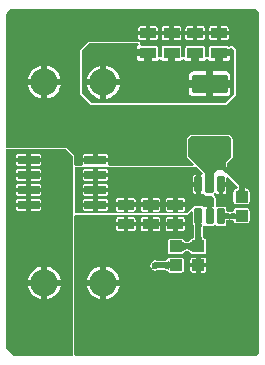
<source format=gtl>
G04*
G04 #@! TF.GenerationSoftware,Altium Limited,Altium Designer,21.5.1 (32)*
G04*
G04 Layer_Physical_Order=1*
G04 Layer_Color=255*
%FSLAX25Y25*%
%MOIN*%
G70*
G04*
G04 #@! TF.SameCoordinates,B42815E3-1C8A-49E7-A1B9-2BA69348AFE0*
G04*
G04*
G04 #@! TF.FilePolarity,Positive*
G04*
G01*
G75*
%ADD11C,0.01000*%
G04:AMPARAMS|DCode=13|XSize=43.31mil|YSize=39.37mil|CornerRadius=2.95mil|HoleSize=0mil|Usage=FLASHONLY|Rotation=0.000|XOffset=0mil|YOffset=0mil|HoleType=Round|Shape=RoundedRectangle|*
%AMROUNDEDRECTD13*
21,1,0.04331,0.03347,0,0,0.0*
21,1,0.03740,0.03937,0,0,0.0*
1,1,0.00591,0.01870,-0.01673*
1,1,0.00591,-0.01870,-0.01673*
1,1,0.00591,-0.01870,0.01673*
1,1,0.00591,0.01870,0.01673*
%
%ADD13ROUNDEDRECTD13*%
G04:AMPARAMS|DCode=14|XSize=55.12mil|YSize=35.43mil|CornerRadius=2.66mil|HoleSize=0mil|Usage=FLASHONLY|Rotation=180.000|XOffset=0mil|YOffset=0mil|HoleType=Round|Shape=RoundedRectangle|*
%AMROUNDEDRECTD14*
21,1,0.05512,0.03012,0,0,180.0*
21,1,0.04980,0.03543,0,0,180.0*
1,1,0.00532,-0.02490,0.01506*
1,1,0.00532,0.02490,0.01506*
1,1,0.00532,0.02490,-0.01506*
1,1,0.00532,-0.02490,-0.01506*
%
%ADD14ROUNDEDRECTD14*%
G04:AMPARAMS|DCode=15|XSize=43.31mil|YSize=39.37mil|CornerRadius=3.94mil|HoleSize=0mil|Usage=FLASHONLY|Rotation=180.000|XOffset=0mil|YOffset=0mil|HoleType=Round|Shape=RoundedRectangle|*
%AMROUNDEDRECTD15*
21,1,0.04331,0.03150,0,0,180.0*
21,1,0.03543,0.03937,0,0,180.0*
1,1,0.00787,-0.01772,0.01575*
1,1,0.00787,0.01772,0.01575*
1,1,0.00787,0.01772,-0.01575*
1,1,0.00787,-0.01772,-0.01575*
%
%ADD15ROUNDEDRECTD15*%
G04:AMPARAMS|DCode=16|XSize=53.15mil|YSize=25.59mil|CornerRadius=1.92mil|HoleSize=0mil|Usage=FLASHONLY|Rotation=270.000|XOffset=0mil|YOffset=0mil|HoleType=Round|Shape=RoundedRectangle|*
%AMROUNDEDRECTD16*
21,1,0.05315,0.02175,0,0,270.0*
21,1,0.04931,0.02559,0,0,270.0*
1,1,0.00384,-0.01088,-0.02466*
1,1,0.00384,-0.01088,0.02466*
1,1,0.00384,0.01088,0.02466*
1,1,0.00384,0.01088,-0.02466*
%
%ADD16ROUNDEDRECTD16*%
G04:AMPARAMS|DCode=17|XSize=62.99mil|YSize=118.11mil|CornerRadius=4.72mil|HoleSize=0mil|Usage=FLASHONLY|Rotation=90.000|XOffset=0mil|YOffset=0mil|HoleType=Round|Shape=RoundedRectangle|*
%AMROUNDEDRECTD17*
21,1,0.06299,0.10866,0,0,90.0*
21,1,0.05354,0.11811,0,0,90.0*
1,1,0.00945,0.05433,0.02677*
1,1,0.00945,0.05433,-0.02677*
1,1,0.00945,-0.05433,-0.02677*
1,1,0.00945,-0.05433,0.02677*
%
%ADD17ROUNDEDRECTD17*%
G04:AMPARAMS|DCode=18|XSize=28.35mil|YSize=74.8mil|CornerRadius=2.13mil|HoleSize=0mil|Usage=FLASHONLY|Rotation=270.000|XOffset=0mil|YOffset=0mil|HoleType=Round|Shape=RoundedRectangle|*
%AMROUNDEDRECTD18*
21,1,0.02835,0.07055,0,0,270.0*
21,1,0.02410,0.07480,0,0,270.0*
1,1,0.00425,-0.03528,-0.01205*
1,1,0.00425,-0.03528,0.01205*
1,1,0.00425,0.03528,0.01205*
1,1,0.00425,0.03528,-0.01205*
%
%ADD18ROUNDEDRECTD18*%
%ADD26C,0.02000*%
%ADD27C,0.01500*%
%ADD28C,0.09055*%
%ADD29C,0.02362*%
G36*
X80679Y57901D02*
X80701Y57644D01*
X80739Y57417D01*
X80791Y57221D01*
X80859Y57054D01*
X80941Y56918D01*
X81039Y56813D01*
X81151Y56737D01*
X81279Y56691D01*
X81421Y56676D01*
X78421D01*
X78564Y56691D01*
X78691Y56737D01*
X78804Y56813D01*
X78901Y56918D01*
X78984Y57054D01*
X79051Y57221D01*
X79104Y57417D01*
X79141Y57644D01*
X79164Y57901D01*
X79171Y58188D01*
X80671D01*
X80679Y57901D01*
D02*
G37*
G36*
X76378Y74016D02*
Y68110D01*
X74606Y66338D01*
Y64862D01*
X73524Y63779D01*
X72047D01*
X70866Y62598D01*
Y56595D01*
X70177Y55905D01*
X68405D01*
X67716Y56595D01*
Y62598D01*
X62205Y68110D01*
Y74016D01*
X62992Y74803D01*
X75590D01*
X76378Y74016D01*
D02*
G37*
G36*
X84446Y117291D02*
X84812Y117139D01*
X85142Y116919D01*
X85423Y116638D01*
X85643Y116308D01*
X85795Y115942D01*
X85872Y115553D01*
Y115354D01*
Y3543D01*
Y3345D01*
X85795Y2956D01*
X85643Y2589D01*
X85423Y2259D01*
X85142Y1979D01*
X84812Y1759D01*
X84446Y1607D01*
X84057Y1529D01*
X24644D01*
X24163Y2029D01*
X24163Y48273D01*
X24663Y48671D01*
X61811Y48671D01*
X62194Y48830D01*
X63296Y49932D01*
X63758Y49741D01*
Y45763D01*
X63785Y45626D01*
X63785Y45625D01*
X63786Y45621D01*
X63790Y45601D01*
X63786Y45588D01*
X63797Y45565D01*
X63812Y45493D01*
X63883Y45386D01*
X63887Y45341D01*
X63903Y45310D01*
X63915Y45270D01*
X63932Y45183D01*
X64008Y43924D01*
X64010Y43565D01*
X64022Y43537D01*
Y42191D01*
X64010Y42165D01*
X64001Y41793D01*
X63974Y41481D01*
X63932Y41220D01*
X63877Y41011D01*
X63816Y40857D01*
X63756Y40756D01*
X63705Y40700D01*
X63666Y40673D01*
X63648Y40666D01*
X63579Y40653D01*
X63499Y40644D01*
X63479Y40633D01*
X63371Y40611D01*
X63207Y40502D01*
X63175Y40489D01*
X63172Y40481D01*
X63094Y40449D01*
X63079Y40413D01*
X63046Y40393D01*
X62939Y40253D01*
X62840Y40151D01*
X62728Y40060D01*
X62599Y39979D01*
X62452Y39908D01*
X62284Y39847D01*
X62095Y39797D01*
X61883Y39761D01*
X61762Y39749D01*
X61641Y39761D01*
X61429Y39797D01*
X61239Y39847D01*
X61072Y39908D01*
X60925Y39979D01*
X60796Y40060D01*
X60684Y40151D01*
X60584Y40253D01*
X60478Y40393D01*
X60444Y40413D01*
X60429Y40449D01*
X60340Y40486D01*
X60153Y40611D01*
X59842Y40673D01*
X56102D01*
X55792Y40611D01*
X55529Y40436D01*
X55353Y40172D01*
X55291Y39862D01*
Y36516D01*
X55353Y36206D01*
X55529Y35942D01*
X55792Y35767D01*
X56102Y35705D01*
X59842D01*
X60153Y35767D01*
X60340Y35892D01*
X60429Y35929D01*
X60444Y35965D01*
X60478Y35985D01*
X60585Y36125D01*
X60684Y36227D01*
X60796Y36318D01*
X60925Y36399D01*
X61072Y36470D01*
X61239Y36531D01*
X61429Y36581D01*
X61641Y36617D01*
X61762Y36629D01*
X61883Y36617D01*
X62095Y36581D01*
X62284Y36531D01*
X62452Y36470D01*
X62599Y36399D01*
X62728Y36318D01*
X62840Y36227D01*
X62939Y36125D01*
X63046Y35985D01*
X63079Y35965D01*
X63094Y35929D01*
X63183Y35892D01*
X63371Y35767D01*
X63681Y35705D01*
X67421D01*
X67732Y35767D01*
X67995Y35942D01*
X68170Y36206D01*
X68232Y36516D01*
Y39862D01*
X68170Y40172D01*
X67995Y40436D01*
X67932Y40477D01*
X67927Y40489D01*
X67895Y40502D01*
X67732Y40611D01*
X67624Y40633D01*
X67603Y40644D01*
X67523Y40653D01*
X67455Y40666D01*
X67436Y40673D01*
X67397Y40700D01*
X67347Y40756D01*
X67287Y40857D01*
X67225Y41011D01*
X67171Y41220D01*
X67128Y41481D01*
X67102Y41793D01*
X67092Y42165D01*
X67081Y42191D01*
Y43530D01*
X67092Y43557D01*
X67112Y44552D01*
X67143Y44973D01*
X67295Y45097D01*
X67612Y45285D01*
X67635Y45281D01*
X67697Y45266D01*
X67715Y45257D01*
X67934Y45111D01*
X68204Y45057D01*
X70379D01*
X70649Y45111D01*
X70868Y45257D01*
X70880Y45264D01*
X71161D01*
X71443D01*
X71455Y45257D01*
X71674Y45111D01*
X71944Y45057D01*
X74119D01*
X74389Y45111D01*
X74618Y45264D01*
X74771Y45493D01*
X74825Y45763D01*
Y46840D01*
X74840Y46868D01*
X74848Y46947D01*
X74849Y46950D01*
X74852Y46953D01*
X74871Y46970D01*
X74923Y47003D01*
X75018Y47041D01*
X75157Y47078D01*
X75337Y47108D01*
X75557Y47127D01*
X75828Y47134D01*
X75865Y47151D01*
X76209D01*
X76246Y47134D01*
X76517Y47127D01*
X76737Y47108D01*
X76917Y47078D01*
X77056Y47041D01*
X77151Y47003D01*
X77204Y46970D01*
X77223Y46953D01*
X77225Y46950D01*
X77226Y46947D01*
X77234Y46868D01*
X77238Y46861D01*
Y46850D01*
X77308Y46502D01*
X77505Y46206D01*
X77801Y46009D01*
X78150Y45939D01*
X81693D01*
X82042Y46009D01*
X82337Y46206D01*
X82535Y46502D01*
X82604Y46850D01*
Y50000D01*
X82535Y50349D01*
X82337Y50644D01*
X82042Y50842D01*
X81693Y50911D01*
X78150D01*
X77801Y50842D01*
X77505Y50644D01*
X77308Y50349D01*
X77238Y50000D01*
Y49990D01*
X77234Y49982D01*
X77226Y49904D01*
X77225Y49901D01*
X77223Y49898D01*
X77204Y49880D01*
X77151Y49848D01*
X77056Y49809D01*
X76917Y49772D01*
X76737Y49742D01*
X76517Y49723D01*
X76246Y49716D01*
X76209Y49700D01*
X75865D01*
X75828Y49716D01*
X75557Y49723D01*
X75337Y49742D01*
X75157Y49772D01*
X75018Y49809D01*
X74923Y49848D01*
X74871Y49880D01*
X74852Y49898D01*
X74849Y49901D01*
X74848Y49904D01*
X74840Y49982D01*
X74825Y50011D01*
Y50694D01*
X74771Y50964D01*
X74618Y51193D01*
X74389Y51346D01*
X74119Y51399D01*
X71944D01*
X71802Y51371D01*
X71518Y51585D01*
X71407Y51756D01*
Y54331D01*
X71407Y54331D01*
X71249Y54713D01*
X71249Y54713D01*
X70828Y55134D01*
X70853Y55816D01*
X70879Y55842D01*
X71445Y55894D01*
X71528Y55838D01*
X71674Y55741D01*
X71944Y55687D01*
X72281D01*
Y58858D01*
X73032D01*
Y59608D01*
X74825D01*
Y61052D01*
X75325Y61259D01*
X78624Y57960D01*
X78623Y57932D01*
X78604Y57712D01*
X78574Y57531D01*
X78537Y57393D01*
X78499Y57298D01*
X78466Y57245D01*
X78449Y57226D01*
X78446Y57224D01*
X78443Y57223D01*
X78364Y57215D01*
X78356Y57210D01*
X78150D01*
X77801Y57141D01*
X77505Y56944D01*
X77308Y56648D01*
X77238Y56299D01*
Y53150D01*
X77308Y52801D01*
X77505Y52505D01*
X77801Y52308D01*
X78150Y52238D01*
X81693D01*
X82042Y52308D01*
X82337Y52505D01*
X82535Y52801D01*
X82604Y53150D01*
Y56299D01*
X82535Y56648D01*
X82337Y56944D01*
X82042Y57141D01*
X81693Y57210D01*
X81486D01*
X81478Y57215D01*
X81400Y57223D01*
X81397Y57224D01*
X81394Y57226D01*
X81376Y57245D01*
X81344Y57298D01*
X81305Y57393D01*
X81268Y57531D01*
X81239Y57712D01*
X81219Y57932D01*
X81212Y58202D01*
X81196Y58240D01*
Y58464D01*
X81099Y58952D01*
X80822Y59366D01*
X75147Y65041D01*
Y66114D01*
X76761Y67727D01*
X76761Y67728D01*
X76919Y68110D01*
X76919Y68110D01*
Y74016D01*
X76761Y74398D01*
X76761Y74398D01*
X75973Y75186D01*
X75590Y75344D01*
X75590Y75344D01*
X62992D01*
X62992Y75344D01*
X62609Y75186D01*
X62609Y75186D01*
X61822Y74398D01*
X61664Y74016D01*
X61664Y74016D01*
Y68110D01*
X61822Y67728D01*
X61822Y67728D01*
X63980Y65570D01*
X63788Y65108D01*
X35715Y65108D01*
X35457Y65476D01*
X35419Y65608D01*
X35463Y65826D01*
Y66281D01*
X31208D01*
X26954D01*
Y65826D01*
X26998Y65608D01*
X26960Y65476D01*
X26702Y65108D01*
X24663D01*
X24163Y65506D01*
Y68110D01*
X24005Y68493D01*
X21643Y70855D01*
X21643Y70855D01*
X21260Y71014D01*
X21260Y71014D01*
X1575D01*
X1529Y71044D01*
Y115354D01*
Y115553D01*
X1607Y115942D01*
X1759Y116308D01*
X1979Y116638D01*
X2259Y116919D01*
X2589Y117139D01*
X2956Y117291D01*
X3345Y117368D01*
X84057D01*
X84446Y117291D01*
D02*
G37*
G36*
X66929Y62481D02*
X66639Y62029D01*
X66301D01*
Y58858D01*
Y55687D01*
X66639D01*
X66909Y55741D01*
X67020Y55815D01*
X67716Y55118D01*
X70079Y55118D01*
X70866Y54331D01*
Y51756D01*
X70379Y51399D01*
X70041D01*
Y48228D01*
X68541D01*
Y51399D01*
X68204D01*
X67934Y51346D01*
X67705Y51193D01*
X67187Y51317D01*
X66929Y51575D01*
X64173Y51575D01*
X61811Y49213D01*
X24409Y49213D01*
Y64567D01*
X64844Y64567D01*
X66929Y62481D01*
D02*
G37*
G36*
X77772Y46925D02*
X77757Y47068D01*
X77712Y47195D01*
X77636Y47308D01*
X77530Y47405D01*
X77394Y47488D01*
X77228Y47555D01*
X77032Y47608D01*
X76805Y47645D01*
X76548Y47668D01*
X76260Y47675D01*
Y49175D01*
X76548Y49183D01*
X76805Y49205D01*
X77032Y49243D01*
X77228Y49295D01*
X77394Y49363D01*
X77530Y49445D01*
X77636Y49543D01*
X77712Y49655D01*
X77757Y49783D01*
X77772Y49925D01*
Y46925D01*
D02*
G37*
G36*
X74317Y49783D02*
X74362Y49655D01*
X74438Y49543D01*
X74544Y49445D01*
X74680Y49363D01*
X74846Y49295D01*
X75043Y49243D01*
X75270Y49205D01*
X75527Y49183D01*
X75814Y49175D01*
Y47675D01*
X75527Y47668D01*
X75270Y47645D01*
X75043Y47608D01*
X74846Y47555D01*
X74680Y47488D01*
X74544Y47405D01*
X74438Y47308D01*
X74362Y47195D01*
X74317Y47068D01*
X74302Y46925D01*
Y49925D01*
X74317Y49783D01*
D02*
G37*
G36*
X66734Y45588D02*
X66695Y45513D01*
X66662Y45401D01*
X66632Y45251D01*
X66607Y45064D01*
X66571Y44578D01*
X66551Y43568D01*
X64551D01*
X64549Y43942D01*
X64470Y45251D01*
X64441Y45401D01*
X64407Y45513D01*
X64369Y45588D01*
X64326Y45625D01*
X66777D01*
X66734Y45588D01*
D02*
G37*
G36*
X66561Y41763D02*
X66591Y41415D01*
X66641Y41108D01*
X66710Y40842D01*
X66799Y40617D01*
X66909Y40433D01*
X67038Y40290D01*
X67187Y40188D01*
X67356Y40126D01*
X67545Y40106D01*
X63558D01*
X63747Y40126D01*
X63915Y40188D01*
X64064Y40290D01*
X64194Y40433D01*
X64303Y40617D01*
X64392Y40842D01*
X64462Y41108D01*
X64512Y41415D01*
X64541Y41763D01*
X64551Y42151D01*
X66551D01*
X66561Y41763D01*
D02*
G37*
G36*
X63477Y36312D02*
X63350Y36478D01*
X63206Y36627D01*
X63043Y36759D01*
X62862Y36873D01*
X62663Y36970D01*
X62445Y37049D01*
X62209Y37110D01*
X61955Y37154D01*
X61762Y37173D01*
X61568Y37154D01*
X61314Y37110D01*
X61079Y37049D01*
X60861Y36970D01*
X60662Y36873D01*
X60481Y36759D01*
X60318Y36627D01*
X60173Y36478D01*
X60047Y36312D01*
Y40066D01*
X60173Y39900D01*
X60318Y39750D01*
X60481Y39619D01*
X60662Y39505D01*
X60861Y39408D01*
X61079Y39329D01*
X61314Y39268D01*
X61568Y39224D01*
X61762Y39205D01*
X61955Y39224D01*
X62209Y39268D01*
X62445Y39329D01*
X62663Y39408D01*
X62862Y39505D01*
X63043Y39619D01*
X63206Y39750D01*
X63350Y39900D01*
X63477Y40066D01*
Y36312D01*
D02*
G37*
G36*
X23622Y68110D02*
X23622Y1575D01*
X3937D01*
X1575Y3937D01*
Y70472D01*
X21260D01*
X23622Y68110D01*
D02*
G37*
%LPC*%
G36*
X74833Y111539D02*
X73093D01*
Y110002D01*
X75613D01*
Y110758D01*
X75554Y111057D01*
X75385Y111310D01*
X75131Y111479D01*
X74833Y111539D01*
D02*
G37*
G36*
X71592D02*
X69852D01*
X69554Y111479D01*
X69300Y111310D01*
X69131Y111057D01*
X69072Y110758D01*
Y110002D01*
X71592D01*
Y111539D01*
D02*
G37*
G36*
X66959D02*
X65219D01*
Y110002D01*
X67739D01*
Y110758D01*
X67680Y111057D01*
X67511Y111310D01*
X67257Y111479D01*
X66959Y111539D01*
D02*
G37*
G36*
X63718D02*
X61978D01*
X61680Y111479D01*
X61426Y111310D01*
X61257Y111057D01*
X61198Y110758D01*
Y110002D01*
X63718D01*
Y111539D01*
D02*
G37*
G36*
X59085D02*
X57345D01*
Y110002D01*
X59865D01*
Y110758D01*
X59806Y111057D01*
X59637Y111310D01*
X59383Y111479D01*
X59085Y111539D01*
D02*
G37*
G36*
X55844D02*
X54104D01*
X53806Y111479D01*
X53552Y111310D01*
X53383Y111057D01*
X53324Y110758D01*
Y110002D01*
X55844D01*
Y111539D01*
D02*
G37*
G36*
X51211D02*
X49470D01*
Y110002D01*
X51991D01*
Y110758D01*
X51932Y111057D01*
X51763Y111310D01*
X51509Y111479D01*
X51211Y111539D01*
D02*
G37*
G36*
X47971D02*
X46230D01*
X45932Y111479D01*
X45678Y111310D01*
X45509Y111057D01*
X45450Y110758D01*
Y110002D01*
X47971D01*
Y111539D01*
D02*
G37*
G36*
X75613Y108502D02*
X73093D01*
Y106965D01*
X74833D01*
X75131Y107025D01*
X75385Y107194D01*
X75554Y107447D01*
X75613Y107746D01*
Y108502D01*
D02*
G37*
G36*
X71592D02*
X69072D01*
Y107746D01*
X69131Y107447D01*
X69300Y107194D01*
X69554Y107025D01*
X69852Y106965D01*
X71592D01*
Y108502D01*
D02*
G37*
G36*
X67739D02*
X65219D01*
Y106965D01*
X66959D01*
X67257Y107025D01*
X67511Y107194D01*
X67680Y107447D01*
X67739Y107746D01*
Y108502D01*
D02*
G37*
G36*
X63718D02*
X61198D01*
Y107746D01*
X61257Y107447D01*
X61426Y107194D01*
X61680Y107025D01*
X61978Y106965D01*
X63718D01*
Y108502D01*
D02*
G37*
G36*
X59865D02*
X57345D01*
Y106965D01*
X59085D01*
X59383Y107025D01*
X59637Y107194D01*
X59806Y107447D01*
X59865Y107746D01*
Y108502D01*
D02*
G37*
G36*
X55844D02*
X53324D01*
Y107746D01*
X53383Y107447D01*
X53552Y107194D01*
X53806Y107025D01*
X54104Y106965D01*
X55844D01*
Y108502D01*
D02*
G37*
G36*
X51991D02*
X49470D01*
Y106965D01*
X51211D01*
X51509Y107025D01*
X51763Y107194D01*
X51932Y107447D01*
X51991Y107746D01*
Y108502D01*
D02*
G37*
G36*
X47971D02*
X45450D01*
Y107746D01*
X45509Y107447D01*
X45678Y107194D01*
X45932Y107025D01*
X46230Y106965D01*
X47971D01*
Y108502D01*
D02*
G37*
G36*
X15173Y98357D02*
Y93913D01*
X19617D01*
X19558Y94356D01*
X19002Y95701D01*
X18115Y96856D01*
X16961Y97742D01*
X15616Y98299D01*
X15173Y98357D01*
D02*
G37*
G36*
X13173D02*
X12730Y98299D01*
X11386Y97742D01*
X10231Y96856D01*
X9345Y95701D01*
X8788Y94356D01*
X8730Y93913D01*
X13173D01*
Y98357D01*
D02*
G37*
G36*
Y91913D02*
X8730D01*
X8788Y91470D01*
X9345Y90126D01*
X10231Y88971D01*
X11386Y88085D01*
X12730Y87528D01*
X13173Y87470D01*
Y91913D01*
D02*
G37*
G36*
X19617D02*
X15173D01*
Y87470D01*
X15616Y87528D01*
X16961Y88085D01*
X18115Y88971D01*
X19002Y90126D01*
X19558Y91470D01*
X19617Y91913D01*
D02*
G37*
G36*
X45581Y106447D02*
X29134D01*
X28751Y106288D01*
X28751Y106288D01*
X26389Y103926D01*
X26230Y103543D01*
X26230Y103543D01*
X26230Y88976D01*
X26389Y88594D01*
X29539Y85444D01*
X29921Y85286D01*
X29921Y85286D01*
X74410Y85286D01*
X74792Y85444D01*
X74792Y85444D01*
X77942Y88594D01*
X78100Y88976D01*
X78100Y88976D01*
X78100Y103543D01*
X78100Y103543D01*
X77942Y103926D01*
X76964Y104903D01*
X76841Y104954D01*
X76739Y105039D01*
X76657Y105031D01*
X76582Y105062D01*
X76459Y105011D01*
X76326Y104998D01*
X75866Y104752D01*
X75417Y104810D01*
X75308Y104865D01*
X75131Y104983D01*
X74833Y105043D01*
X69852D01*
X69554Y104983D01*
X69300Y104814D01*
X69131Y104561D01*
X69072Y104262D01*
Y101683D01*
X68891Y101449D01*
X68656Y101297D01*
X68155D01*
X67920Y101449D01*
X67739Y101683D01*
Y104262D01*
X67680Y104561D01*
X67511Y104814D01*
X67257Y104983D01*
X66959Y105043D01*
X61978D01*
X61680Y104983D01*
X61426Y104814D01*
X61257Y104561D01*
X61198Y104262D01*
Y101683D01*
X61017Y101449D01*
X60782Y101297D01*
X60281D01*
X60046Y101449D01*
X59865Y101683D01*
Y104262D01*
X59806Y104561D01*
X59637Y104814D01*
X59383Y104983D01*
X59085Y105043D01*
X54104D01*
X53806Y104983D01*
X53552Y104814D01*
X53383Y104561D01*
X53324Y104262D01*
Y101683D01*
X53143Y101449D01*
X52908Y101297D01*
X52407D01*
X52172Y101449D01*
X51991Y101683D01*
Y104262D01*
X51932Y104561D01*
X51763Y104814D01*
X51509Y104983D01*
X51211Y105043D01*
X46614D01*
X46413Y105166D01*
X46205Y105432D01*
X46200Y105520D01*
X46188Y105738D01*
X46155Y105809D01*
X46159Y105887D01*
X46092Y106082D01*
X46010Y106174D01*
X45963Y106288D01*
X45878Y106323D01*
X45817Y106392D01*
X45694Y106400D01*
X45581Y106447D01*
D02*
G37*
G36*
X34736Y68962D02*
X31958D01*
Y67781D01*
X35463D01*
Y68235D01*
X35407Y68514D01*
X35250Y68749D01*
X35014Y68907D01*
X34736Y68962D01*
D02*
G37*
G36*
X30458D02*
X27681D01*
X27403Y68907D01*
X27167Y68749D01*
X27010Y68514D01*
X26954Y68235D01*
Y67781D01*
X30458D01*
Y68962D01*
D02*
G37*
G36*
X74825Y58108D02*
X73782D01*
Y55687D01*
X74119D01*
X74389Y55741D01*
X74618Y55894D01*
X74771Y56123D01*
X74825Y56393D01*
Y58108D01*
D02*
G37*
G36*
X60364Y47857D02*
X58624D01*
Y46321D01*
X61145D01*
Y47077D01*
X61085Y47376D01*
X60916Y47629D01*
X60663Y47798D01*
X60364Y47857D01*
D02*
G37*
G36*
X52096D02*
X50356D01*
Y46321D01*
X52877D01*
Y47077D01*
X52818Y47376D01*
X52649Y47629D01*
X52395Y47798D01*
X52096Y47857D01*
D02*
G37*
G36*
X43829D02*
X42089D01*
Y46321D01*
X44609D01*
Y47077D01*
X44550Y47376D01*
X44381Y47629D01*
X44128Y47798D01*
X43829Y47857D01*
D02*
G37*
G36*
X48856D02*
X47116D01*
X46817Y47798D01*
X46564Y47629D01*
X46395Y47376D01*
X46335Y47077D01*
Y46321D01*
X48856D01*
Y47857D01*
D02*
G37*
G36*
X40589D02*
X38848D01*
X38550Y47798D01*
X38296Y47629D01*
X38127Y47376D01*
X38068Y47077D01*
Y46321D01*
X40589D01*
Y47857D01*
D02*
G37*
G36*
X57124D02*
X55384D01*
X55085Y47798D01*
X54832Y47629D01*
X54663Y47376D01*
X54603Y47077D01*
Y46321D01*
X57124D01*
Y47857D01*
D02*
G37*
G36*
X61145Y44821D02*
X58624D01*
Y43284D01*
X60364D01*
X60663Y43344D01*
X60916Y43513D01*
X61085Y43766D01*
X61145Y44065D01*
Y44821D01*
D02*
G37*
G36*
X57124D02*
X54603D01*
Y44065D01*
X54663Y43766D01*
X54832Y43513D01*
X55085Y43344D01*
X55384Y43284D01*
X57124D01*
Y44821D01*
D02*
G37*
G36*
X52877D02*
X50356D01*
Y43284D01*
X52096D01*
X52395Y43344D01*
X52649Y43513D01*
X52818Y43766D01*
X52877Y44065D01*
Y44821D01*
D02*
G37*
G36*
X48856D02*
X46335D01*
Y44065D01*
X46395Y43766D01*
X46564Y43513D01*
X46817Y43344D01*
X47116Y43284D01*
X48856D01*
Y44821D01*
D02*
G37*
G36*
X44609D02*
X42089D01*
Y43284D01*
X43829D01*
X44128Y43344D01*
X44381Y43513D01*
X44550Y43766D01*
X44609Y44065D01*
Y44821D01*
D02*
G37*
G36*
X40589D02*
X38068D01*
Y44065D01*
X38127Y43766D01*
X38296Y43513D01*
X38550Y43344D01*
X38848Y43284D01*
X40589D01*
Y44821D01*
D02*
G37*
G36*
X59842Y34374D02*
X56102D01*
X55792Y34312D01*
X55604Y34187D01*
X55515Y34150D01*
X55500Y34113D01*
X55466Y34092D01*
X55352Y33941D01*
X55245Y33829D01*
X55127Y33730D01*
X54995Y33643D01*
X54847Y33567D01*
X54681Y33503D01*
X54495Y33452D01*
X54289Y33414D01*
X54061Y33390D01*
X53796Y33382D01*
X53771Y33370D01*
X51844D01*
X51837Y33375D01*
X51181Y33505D01*
X50525Y33375D01*
X49969Y33003D01*
X49597Y32447D01*
X49467Y31791D01*
X49597Y31135D01*
X49969Y30579D01*
X50525Y30208D01*
X51181Y30077D01*
X51837Y30208D01*
X51992Y30311D01*
X53772D01*
X53798Y30300D01*
X54078Y30292D01*
X54320Y30270D01*
X54537Y30235D01*
X54730Y30188D01*
X54900Y30130D01*
X55046Y30063D01*
X55171Y29988D01*
X55278Y29904D01*
X55369Y29813D01*
X55468Y29683D01*
X55501Y29664D01*
X55515Y29630D01*
X55604Y29593D01*
X55792Y29467D01*
X56102Y29406D01*
X59842D01*
X60153Y29467D01*
X60416Y29643D01*
X60592Y29906D01*
X60653Y30217D01*
Y33563D01*
X60592Y33873D01*
X60416Y34136D01*
X60153Y34312D01*
X59842Y34374D01*
D02*
G37*
G36*
X67421Y34374D02*
X66301D01*
Y32640D01*
X68232D01*
Y33563D01*
X68170Y33873D01*
X67995Y34136D01*
X67732Y34312D01*
X67421Y34374D01*
D02*
G37*
G36*
X64801D02*
X63681D01*
X63371Y34312D01*
X63108Y34136D01*
X62932Y33873D01*
X62870Y33563D01*
Y32640D01*
X64801D01*
Y34374D01*
D02*
G37*
G36*
X68232Y31140D02*
X66301D01*
Y29406D01*
X67421D01*
X67732Y29467D01*
X67995Y29643D01*
X68170Y29906D01*
X68232Y30217D01*
Y31140D01*
D02*
G37*
G36*
X64801D02*
X62870D01*
Y30217D01*
X62932Y29906D01*
X63108Y29643D01*
X63371Y29467D01*
X63681Y29406D01*
X64801D01*
Y31140D01*
D02*
G37*
G36*
X34858Y31428D02*
Y26984D01*
X39302D01*
X39244Y27427D01*
X38687Y28772D01*
X37801Y29926D01*
X36646Y30813D01*
X35301Y31370D01*
X34858Y31428D01*
D02*
G37*
G36*
X32858D02*
X32415Y31370D01*
X31071Y30813D01*
X29916Y29926D01*
X29030Y28772D01*
X28473Y27427D01*
X28415Y26984D01*
X32858D01*
Y31428D01*
D02*
G37*
G36*
X39302Y24984D02*
X34858D01*
Y20541D01*
X35301Y20599D01*
X36646Y21156D01*
X37801Y22042D01*
X38687Y23197D01*
X39244Y24541D01*
X39302Y24984D01*
D02*
G37*
G36*
X32858D02*
X28415D01*
X28473Y24541D01*
X29030Y23197D01*
X29916Y22042D01*
X31071Y21156D01*
X32415Y20599D01*
X32858Y20541D01*
Y24984D01*
D02*
G37*
%LPD*%
G36*
X45648Y105710D02*
X45664Y105405D01*
X45318Y105174D01*
X45038Y104756D01*
X44940Y104262D01*
Y104006D01*
X48720D01*
Y102756D01*
X49970D01*
Y99959D01*
X51211D01*
X51705Y100058D01*
X52123Y100338D01*
X52402Y100755D01*
X52407Y100756D01*
X52908D01*
X52913Y100755D01*
X53192Y100338D01*
X53610Y100058D01*
X54104Y99959D01*
X55344D01*
Y102756D01*
X57845D01*
Y99959D01*
X59085D01*
X59579Y100058D01*
X59997Y100338D01*
X60276Y100755D01*
X60281Y100756D01*
X60782D01*
X60787Y100755D01*
X61066Y100338D01*
X61484Y100058D01*
X61978Y99959D01*
X63218D01*
Y102756D01*
X65719D01*
Y99959D01*
X66959D01*
X67453Y100058D01*
X67871Y100338D01*
X68150Y100755D01*
X68155Y100756D01*
X68656D01*
X68661Y100755D01*
X68940Y100338D01*
X69358Y100058D01*
X69852Y99959D01*
X71092D01*
Y102756D01*
X72342D01*
Y104006D01*
X76123D01*
Y104262D01*
X76121Y104274D01*
X76582Y104521D01*
X77559Y103543D01*
X77559Y88976D01*
X74410Y85827D01*
X29921Y85827D01*
X26772Y88976D01*
X26772Y103543D01*
X29134Y105905D01*
X45581D01*
X45648Y105710D01*
D02*
G37*
%LPC*%
G36*
X76123Y101506D02*
X73593D01*
Y99959D01*
X74833D01*
X75327Y100058D01*
X75745Y100338D01*
X76025Y100756D01*
X76123Y101250D01*
Y101506D01*
D02*
G37*
G36*
X47471D02*
X44940D01*
Y101250D01*
X45038Y100756D01*
X45318Y100338D01*
X45737Y100058D01*
X46230Y99959D01*
X47471D01*
Y101506D01*
D02*
G37*
G36*
X34858Y98368D02*
Y93913D01*
X39313D01*
X39009Y95047D01*
X38281Y96307D01*
X37252Y97337D01*
X35992Y98064D01*
X34858Y98368D01*
D02*
G37*
G36*
X32858Y98368D02*
X31725Y98064D01*
X30464Y97337D01*
X29435Y96307D01*
X28707Y95047D01*
X28404Y93913D01*
X32858D01*
Y98368D01*
D02*
G37*
G36*
X74724Y96501D02*
X70541D01*
Y93573D01*
X76226D01*
Y95000D01*
X76111Y95574D01*
X75786Y96062D01*
X75299Y96387D01*
X74724Y96501D01*
D02*
G37*
G36*
X68041D02*
X63858D01*
X63284Y96387D01*
X62797Y96062D01*
X62471Y95574D01*
X62357Y95000D01*
Y93573D01*
X68041D01*
Y96501D01*
D02*
G37*
G36*
X76226Y91073D02*
X70541D01*
Y88144D01*
X74724D01*
X75299Y88259D01*
X75786Y88584D01*
X76111Y89071D01*
X76226Y89646D01*
Y91073D01*
D02*
G37*
G36*
X68041D02*
X62357D01*
Y89646D01*
X62471Y89071D01*
X62797Y88584D01*
X63284Y88259D01*
X63858Y88144D01*
X68041D01*
Y91073D01*
D02*
G37*
G36*
X32858Y91913D02*
X28404D01*
X28707Y90780D01*
X29435Y89519D01*
X30464Y88490D01*
X31725Y87762D01*
X32858Y87459D01*
Y91913D01*
D02*
G37*
G36*
X39313D02*
X34858D01*
Y87459D01*
X35992Y87762D01*
X37252Y88490D01*
X38281Y89519D01*
X39009Y90780D01*
X39313Y91913D01*
D02*
G37*
%LPD*%
G36*
X55898Y30012D02*
X55778Y30170D01*
X55638Y30310D01*
X55478Y30435D01*
X55299Y30542D01*
X55100Y30634D01*
X54882Y30708D01*
X54644Y30766D01*
X54387Y30807D01*
X54110Y30832D01*
X53813Y30841D01*
Y32841D01*
X54098Y32850D01*
X54366Y32878D01*
X54617Y32924D01*
X54851Y32989D01*
X55067Y33072D01*
X55267Y33174D01*
X55450Y33295D01*
X55617Y33434D01*
X55766Y33591D01*
X55898Y33767D01*
Y30012D01*
D02*
G37*
%LPC*%
G36*
X34736Y63962D02*
X31958D01*
Y62781D01*
X35463D01*
Y63235D01*
X35407Y63513D01*
X35250Y63749D01*
X35014Y63907D01*
X34736Y63962D01*
D02*
G37*
G36*
X30458D02*
X27681D01*
X27403Y63907D01*
X27167Y63749D01*
X27010Y63513D01*
X26954Y63235D01*
Y62781D01*
X30458D01*
Y63962D01*
D02*
G37*
G36*
X35463Y61281D02*
X31958D01*
Y60100D01*
X34736D01*
X35014Y60155D01*
X35250Y60312D01*
X35407Y60548D01*
X35463Y60826D01*
Y61281D01*
D02*
G37*
G36*
X30458D02*
X26954D01*
Y60826D01*
X27010Y60548D01*
X27167Y60312D01*
X27403Y60155D01*
X27681Y60100D01*
X30458D01*
Y61281D01*
D02*
G37*
G36*
X64801Y62029D02*
X64464D01*
X64194Y61976D01*
X63965Y61823D01*
X63812Y61594D01*
X63758Y61324D01*
Y59608D01*
X64801D01*
Y62029D01*
D02*
G37*
G36*
X34736Y58962D02*
X31958D01*
Y57781D01*
X35463D01*
Y58236D01*
X35407Y58513D01*
X35250Y58749D01*
X35014Y58907D01*
X34736Y58962D01*
D02*
G37*
G36*
X30458D02*
X27681D01*
X27403Y58907D01*
X27167Y58749D01*
X27010Y58513D01*
X26954Y58236D01*
Y57781D01*
X30458D01*
Y58962D01*
D02*
G37*
G36*
X64801Y58108D02*
X63758D01*
Y56393D01*
X63812Y56123D01*
X63965Y55894D01*
X64194Y55741D01*
X64464Y55687D01*
X64801D01*
Y58108D01*
D02*
G37*
G36*
X35463Y56281D02*
X31958D01*
Y55099D01*
X34736D01*
X35014Y55155D01*
X35250Y55312D01*
X35407Y55548D01*
X35463Y55826D01*
Y56281D01*
D02*
G37*
G36*
X30458D02*
X26954D01*
Y55826D01*
X27010Y55548D01*
X27167Y55312D01*
X27403Y55155D01*
X27681Y55099D01*
X30458D01*
Y56281D01*
D02*
G37*
G36*
X60364Y54354D02*
X58624D01*
Y52817D01*
X61145D01*
Y53573D01*
X61085Y53872D01*
X60916Y54125D01*
X60663Y54294D01*
X60364Y54354D01*
D02*
G37*
G36*
X52096D02*
X50356D01*
Y52817D01*
X52877D01*
Y53573D01*
X52818Y53872D01*
X52649Y54125D01*
X52395Y54294D01*
X52096Y54354D01*
D02*
G37*
G36*
X43829D02*
X42089D01*
Y52817D01*
X44609D01*
Y53573D01*
X44550Y53872D01*
X44381Y54125D01*
X44128Y54294D01*
X43829Y54354D01*
D02*
G37*
G36*
X48856D02*
X47116D01*
X46817Y54294D01*
X46564Y54125D01*
X46395Y53872D01*
X46335Y53573D01*
Y52817D01*
X48856D01*
Y54354D01*
D02*
G37*
G36*
X40589D02*
X38848D01*
X38550Y54294D01*
X38296Y54125D01*
X38127Y53872D01*
X38068Y53573D01*
Y52817D01*
X40589D01*
Y54354D01*
D02*
G37*
G36*
X57124D02*
X55384D01*
X55085Y54294D01*
X54832Y54125D01*
X54663Y53872D01*
X54603Y53573D01*
Y52817D01*
X57124D01*
Y54354D01*
D02*
G37*
G36*
X34736Y53962D02*
X31958D01*
Y52781D01*
X35463D01*
Y53236D01*
X35407Y53513D01*
X35250Y53749D01*
X35014Y53907D01*
X34736Y53962D01*
D02*
G37*
G36*
X30458D02*
X27681D01*
X27403Y53907D01*
X27167Y53749D01*
X27010Y53513D01*
X26954Y53236D01*
Y52781D01*
X30458D01*
Y53962D01*
D02*
G37*
G36*
X35463Y51281D02*
X31958D01*
Y50099D01*
X34736D01*
X35014Y50155D01*
X35250Y50312D01*
X35407Y50548D01*
X35463Y50826D01*
Y51281D01*
D02*
G37*
G36*
X30458D02*
X26954D01*
Y50826D01*
X27010Y50548D01*
X27167Y50312D01*
X27403Y50155D01*
X27681Y50099D01*
X30458D01*
Y51281D01*
D02*
G37*
G36*
X61145Y51317D02*
X58624D01*
Y49780D01*
X60364D01*
X60663Y49840D01*
X60916Y50009D01*
X61085Y50262D01*
X61145Y50561D01*
Y51317D01*
D02*
G37*
G36*
X57124D02*
X54603D01*
Y50561D01*
X54663Y50262D01*
X54832Y50009D01*
X55085Y49840D01*
X55384Y49780D01*
X57124D01*
Y51317D01*
D02*
G37*
G36*
X52877D02*
X50356D01*
Y49780D01*
X52096D01*
X52395Y49840D01*
X52649Y50009D01*
X52818Y50262D01*
X52877Y50561D01*
Y51317D01*
D02*
G37*
G36*
X48856D02*
X46335D01*
Y50561D01*
X46395Y50262D01*
X46564Y50009D01*
X46817Y49840D01*
X47116Y49780D01*
X48856D01*
Y51317D01*
D02*
G37*
G36*
X44609D02*
X42089D01*
Y49780D01*
X43829D01*
X44128Y49840D01*
X44381Y50009D01*
X44550Y50262D01*
X44609Y50561D01*
Y51317D01*
D02*
G37*
G36*
X40589D02*
X38068D01*
Y50561D01*
X38127Y50262D01*
X38296Y50009D01*
X38550Y49840D01*
X38848Y49780D01*
X40589D01*
Y51317D01*
D02*
G37*
G36*
X12492Y68962D02*
X9714D01*
Y67781D01*
X13218D01*
Y68235D01*
X13163Y68514D01*
X13006Y68749D01*
X12770Y68907D01*
X12492Y68962D01*
D02*
G37*
G36*
X8214D02*
X5437D01*
X5159Y68907D01*
X4923Y68749D01*
X4766Y68514D01*
X4710Y68235D01*
Y67781D01*
X8214D01*
Y68962D01*
D02*
G37*
G36*
X13218Y66281D02*
X9714D01*
Y65100D01*
X12492D01*
X12770Y65155D01*
X13006Y65312D01*
X13163Y65548D01*
X13218Y65826D01*
Y66281D01*
D02*
G37*
G36*
X8214D02*
X4710D01*
Y65826D01*
X4766Y65548D01*
X4923Y65312D01*
X5159Y65155D01*
X5437Y65100D01*
X8214D01*
Y66281D01*
D02*
G37*
G36*
X12492Y63962D02*
X9714D01*
Y62781D01*
X13218D01*
Y63235D01*
X13163Y63513D01*
X13006Y63749D01*
X12770Y63907D01*
X12492Y63962D01*
D02*
G37*
G36*
X8214D02*
X5437D01*
X5159Y63907D01*
X4923Y63749D01*
X4766Y63513D01*
X4710Y63235D01*
Y62781D01*
X8214D01*
Y63962D01*
D02*
G37*
G36*
X13218Y61281D02*
X9714D01*
Y60100D01*
X12492D01*
X12770Y60155D01*
X13006Y60312D01*
X13163Y60548D01*
X13218Y60826D01*
Y61281D01*
D02*
G37*
G36*
X8214D02*
X4710D01*
Y60826D01*
X4766Y60548D01*
X4923Y60312D01*
X5159Y60155D01*
X5437Y60100D01*
X8214D01*
Y61281D01*
D02*
G37*
G36*
X12492Y58962D02*
X9714D01*
Y57781D01*
X13218D01*
Y58236D01*
X13163Y58513D01*
X13006Y58749D01*
X12770Y58907D01*
X12492Y58962D01*
D02*
G37*
G36*
X8214D02*
X5437D01*
X5159Y58907D01*
X4923Y58749D01*
X4766Y58513D01*
X4710Y58236D01*
Y57781D01*
X8214D01*
Y58962D01*
D02*
G37*
G36*
X13218Y56281D02*
X9714D01*
Y55099D01*
X12492D01*
X12770Y55155D01*
X13006Y55312D01*
X13163Y55548D01*
X13218Y55826D01*
Y56281D01*
D02*
G37*
G36*
X8214D02*
X4710D01*
Y55826D01*
X4766Y55548D01*
X4923Y55312D01*
X5159Y55155D01*
X5437Y55099D01*
X8214D01*
Y56281D01*
D02*
G37*
G36*
X12492Y53962D02*
X9714D01*
Y52781D01*
X13218D01*
Y53236D01*
X13163Y53513D01*
X13006Y53749D01*
X12770Y53907D01*
X12492Y53962D01*
D02*
G37*
G36*
X8214D02*
X5437D01*
X5159Y53907D01*
X4923Y53749D01*
X4766Y53513D01*
X4710Y53236D01*
Y52781D01*
X8214D01*
Y53962D01*
D02*
G37*
G36*
X13218Y51281D02*
X9714D01*
Y50099D01*
X12492D01*
X12770Y50155D01*
X13006Y50312D01*
X13163Y50548D01*
X13218Y50826D01*
Y51281D01*
D02*
G37*
G36*
X8214D02*
X4710D01*
Y50826D01*
X4766Y50548D01*
X4923Y50312D01*
X5159Y50155D01*
X5437Y50099D01*
X8214D01*
Y51281D01*
D02*
G37*
G36*
X15173Y31439D02*
Y26984D01*
X19628D01*
X19324Y28118D01*
X18596Y29378D01*
X17567Y30407D01*
X16307Y31135D01*
X15173Y31439D01*
D02*
G37*
G36*
X13173D02*
X12040Y31135D01*
X10779Y30407D01*
X9750Y29378D01*
X9022Y28118D01*
X8719Y26984D01*
X13173D01*
Y31439D01*
D02*
G37*
G36*
X19628Y24984D02*
X15173D01*
Y20530D01*
X16307Y20833D01*
X17567Y21561D01*
X18596Y22590D01*
X19324Y23851D01*
X19628Y24984D01*
D02*
G37*
G36*
X13173D02*
X8719D01*
X9022Y23851D01*
X9750Y22590D01*
X10779Y21561D01*
X12040Y20833D01*
X13173Y20530D01*
Y24984D01*
D02*
G37*
%LPD*%
D11*
X60039Y38189D02*
X60039Y38189D01*
X73032Y48228D02*
X73228Y48425D01*
D13*
X57972Y31890D02*
D03*
Y38189D02*
D03*
X65551Y38189D02*
D03*
Y31890D02*
D03*
D14*
X49606Y45571D02*
D03*
Y52067D02*
D03*
X57874Y45571D02*
D03*
Y52067D02*
D03*
X41339D02*
D03*
Y45571D02*
D03*
X48720Y109252D02*
D03*
Y102756D02*
D03*
X72342D02*
D03*
Y109252D02*
D03*
X64468D02*
D03*
Y102756D02*
D03*
X56595Y109252D02*
D03*
Y102756D02*
D03*
D15*
X79921Y48425D02*
D03*
Y54724D02*
D03*
D16*
X73032Y48228D02*
D03*
X69291Y58858D02*
D03*
X65551Y48228D02*
D03*
X69291D02*
D03*
X65551Y58858D02*
D03*
X73032D02*
D03*
D17*
X69291Y70669D02*
D03*
Y92323D02*
D03*
D18*
X31209Y52031D02*
D03*
Y57031D02*
D03*
Y62031D02*
D03*
Y67031D02*
D03*
X8964Y52031D02*
D03*
Y57031D02*
D03*
Y62031D02*
D03*
Y67031D02*
D03*
D26*
X51230Y31841D02*
X57923D01*
X57972Y31890D01*
X65551Y38189D02*
Y48228D01*
X60039Y38189D02*
X65551D01*
X51181Y31791D02*
X51230Y31841D01*
D27*
X69291Y69095D02*
Y70669D01*
Y69095D02*
X79921Y58464D01*
Y54724D02*
Y58464D01*
X73228Y48425D02*
X79528D01*
D28*
X33858Y92913D02*
D03*
X14173D02*
D03*
X33858Y25984D02*
D03*
X14173D02*
D03*
D29*
X56693Y114173D02*
D03*
X41142Y13189D02*
D03*
Y21457D02*
D03*
X48819Y114173D02*
D03*
X41142Y30118D02*
D03*
Y37992D02*
D03*
X61811Y41732D02*
D03*
X64567Y114173D02*
D03*
X82874Y104134D02*
D03*
X41437Y88484D02*
D03*
X82874Y112402D02*
D03*
Y87599D02*
D03*
Y95866D02*
D03*
X72441Y114173D02*
D03*
X58071Y21457D02*
D03*
X82874Y79331D02*
D03*
X74607D02*
D03*
X82874Y29724D02*
D03*
X58071Y79331D02*
D03*
X82874Y71063D02*
D03*
Y62795D02*
D03*
X74607Y37992D02*
D03*
X66339Y79331D02*
D03*
X58071Y71063D02*
D03*
X82874Y37992D02*
D03*
X74607Y29724D02*
D03*
X51181Y31791D02*
D03*
X75689Y54823D02*
D03*
X75492Y52362D02*
D03*
X73425Y53740D02*
D03*
X25000Y87599D02*
D03*
X8465Y79331D02*
D03*
X25000Y71063D02*
D03*
X49803Y21457D02*
D03*
X25000Y104134D02*
D03*
X33268Y71063D02*
D03*
X8465Y104134D02*
D03*
X33268Y46260D02*
D03*
X16732Y79331D02*
D03*
Y104134D02*
D03*
X33268Y79331D02*
D03*
X25000D02*
D03*
X58071Y13189D02*
D03*
X33268Y37992D02*
D03*
X49803Y79331D02*
D03*
X8465Y87599D02*
D03*
X49803Y13189D02*
D03*
Y37992D02*
D03*
X25000Y95866D02*
D03*
X49803Y71063D02*
D03*
X33268Y13189D02*
D03*
X52362Y41339D02*
D03*
X46850D02*
D03*
X49606D02*
D03*
M02*

</source>
